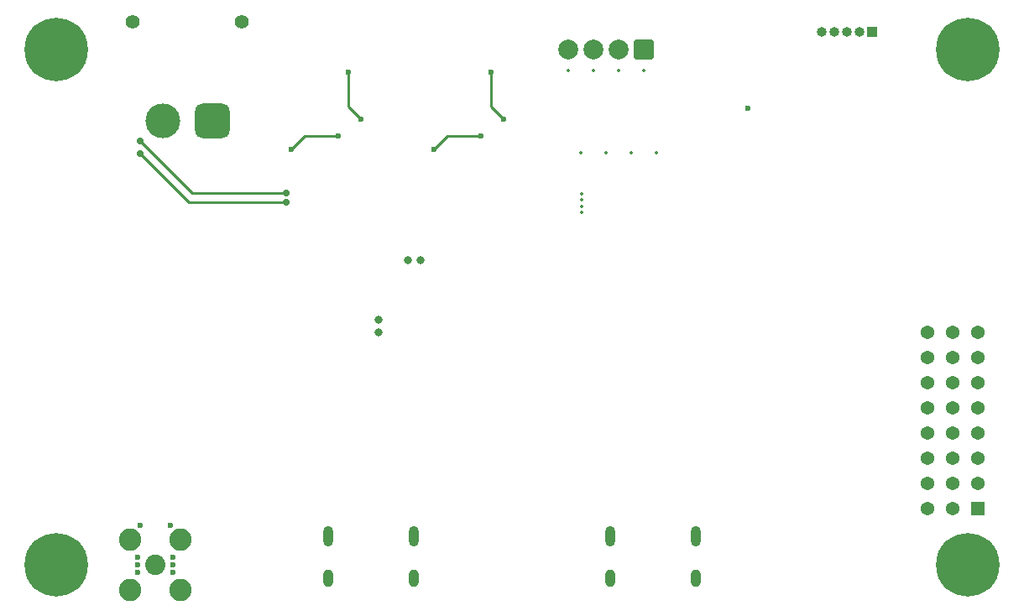
<source format=gbr>
%TF.GenerationSoftware,KiCad,Pcbnew,9.0.0*%
%TF.CreationDate,2025-04-04T17:03:46+04:00*%
%TF.ProjectId,aether,61657468-6572-42e6-9b69-6361645f7063,rev?*%
%TF.SameCoordinates,Original*%
%TF.FileFunction,Copper,L4,Bot*%
%TF.FilePolarity,Positive*%
%FSLAX46Y46*%
G04 Gerber Fmt 4.6, Leading zero omitted, Abs format (unit mm)*
G04 Created by KiCad (PCBNEW 9.0.0) date 2025-04-04 17:03:46*
%MOMM*%
%LPD*%
G01*
G04 APERTURE LIST*
G04 Aperture macros list*
%AMRoundRect*
0 Rectangle with rounded corners*
0 $1 Rounding radius*
0 $2 $3 $4 $5 $6 $7 $8 $9 X,Y pos of 4 corners*
0 Add a 4 corners polygon primitive as box body*
4,1,4,$2,$3,$4,$5,$6,$7,$8,$9,$2,$3,0*
0 Add four circle primitives for the rounded corners*
1,1,$1+$1,$2,$3*
1,1,$1+$1,$4,$5*
1,1,$1+$1,$6,$7*
1,1,$1+$1,$8,$9*
0 Add four rect primitives between the rounded corners*
20,1,$1+$1,$2,$3,$4,$5,0*
20,1,$1+$1,$4,$5,$6,$7,0*
20,1,$1+$1,$6,$7,$8,$9,0*
20,1,$1+$1,$8,$9,$2,$3,0*%
G04 Aperture macros list end*
%TA.AperFunction,HeatsinkPad*%
%ADD10O,1.000000X2.100000*%
%TD*%
%TA.AperFunction,HeatsinkPad*%
%ADD11O,1.000000X1.800000*%
%TD*%
%TA.AperFunction,ComponentPad*%
%ADD12C,0.800000*%
%TD*%
%TA.AperFunction,ComponentPad*%
%ADD13C,6.400000*%
%TD*%
%TA.AperFunction,ComponentPad*%
%ADD14C,2.050000*%
%TD*%
%TA.AperFunction,ComponentPad*%
%ADD15C,2.250000*%
%TD*%
%TA.AperFunction,ComponentPad*%
%ADD16C,1.400000*%
%TD*%
%TA.AperFunction,ComponentPad*%
%ADD17RoundRect,0.770000X-0.980000X-0.980000X0.980000X-0.980000X0.980000X0.980000X-0.980000X0.980000X0*%
%TD*%
%TA.AperFunction,ComponentPad*%
%ADD18C,3.500000*%
%TD*%
%TA.AperFunction,ComponentPad*%
%ADD19R,1.370000X1.370000*%
%TD*%
%TA.AperFunction,ComponentPad*%
%ADD20C,1.370000*%
%TD*%
%TA.AperFunction,ComponentPad*%
%ADD21R,1.000000X1.000000*%
%TD*%
%TA.AperFunction,ComponentPad*%
%ADD22O,1.000000X1.000000*%
%TD*%
%TA.AperFunction,ComponentPad*%
%ADD23C,2.000000*%
%TD*%
%TA.AperFunction,ComponentPad*%
%ADD24RoundRect,0.250000X0.750000X0.750000X-0.750000X0.750000X-0.750000X-0.750000X0.750000X-0.750000X0*%
%TD*%
%TA.AperFunction,ViaPad*%
%ADD25C,0.350000*%
%TD*%
%TA.AperFunction,ViaPad*%
%ADD26C,0.800000*%
%TD*%
%TA.AperFunction,ViaPad*%
%ADD27C,0.600000*%
%TD*%
%TA.AperFunction,ViaPad*%
%ADD28C,0.700000*%
%TD*%
%TA.AperFunction,Conductor*%
%ADD29C,0.500000*%
%TD*%
%TA.AperFunction,Conductor*%
%ADD30C,0.250000*%
%TD*%
G04 APERTURE END LIST*
D10*
%TO.P,USB_STM32,S1,SHIELD*%
%TO.N,GND*%
X81430000Y-138125000D03*
D11*
X81430000Y-142325000D03*
D10*
X90070000Y-138125000D03*
D11*
X90070000Y-142325000D03*
%TD*%
D10*
%TO.P,USB_ESP32,S1,SHIELD*%
%TO.N,GND*%
X109930000Y-138125000D03*
D11*
X109930000Y-142325000D03*
D10*
X118570000Y-138125000D03*
D11*
X118570000Y-142325000D03*
%TD*%
D12*
%TO.P,H1,1,1*%
%TO.N,GND*%
X51600000Y-89000000D03*
X52302944Y-87302944D03*
X52302944Y-90697056D03*
X54000000Y-86600000D03*
D13*
X54000000Y-89000000D03*
D12*
X54000000Y-91400000D03*
X55697056Y-87302944D03*
X55697056Y-90697056D03*
X56400000Y-89000000D03*
%TD*%
D14*
%TO.P,ANT1,1,A*%
%TO.N,RFM95W_ANT*%
X64000000Y-141000000D03*
D15*
%TO.P,ANT1,2,Shield*%
%TO.N,GND*%
X66540000Y-143540000D03*
X66540000Y-138460000D03*
X61460000Y-143540000D03*
X61460000Y-138460000D03*
%TD*%
D12*
%TO.P,H3,1,1*%
%TO.N,GND*%
X143600000Y-141000000D03*
X144302944Y-139302944D03*
X144302944Y-142697056D03*
X146000000Y-138600000D03*
D13*
X146000000Y-141000000D03*
D12*
X146000000Y-143400000D03*
X147697056Y-139302944D03*
X147697056Y-142697056D03*
X148400000Y-141000000D03*
%TD*%
%TO.P,H2,1,1*%
%TO.N,GND*%
X51600000Y-141000000D03*
X52302944Y-139302944D03*
X52302944Y-142697056D03*
X54000000Y-138600000D03*
D13*
X54000000Y-141000000D03*
D12*
X54000000Y-143400000D03*
X55697056Y-139302944D03*
X55697056Y-142697056D03*
X56400000Y-141000000D03*
%TD*%
D16*
%TO.P,XT30,*%
%TO.N,*%
X61750000Y-86175000D03*
X72750000Y-86175000D03*
D17*
%TO.P,XT30,1,N*%
%TO.N,GND*%
X69750000Y-96175000D03*
D18*
%TO.P,XT30,2,P*%
%TO.N,INA219_IN+*%
X64750000Y-96175000D03*
%TD*%
D19*
%TO.P,PWM1,01,01*%
%TO.N,GND*%
X147000000Y-135290000D03*
D20*
%TO.P,PWM1,02,02*%
%TO.N,5V*%
X144460000Y-135290000D03*
%TO.P,PWM1,03,03*%
%TO.N,PWM7*%
X141920000Y-135290000D03*
%TO.P,PWM1,04,04*%
%TO.N,GND*%
X147000000Y-132750000D03*
%TO.P,PWM1,05,05*%
%TO.N,5V*%
X144460000Y-132750000D03*
%TO.P,PWM1,06,06*%
%TO.N,PWM6*%
X141920000Y-132750000D03*
%TO.P,PWM1,07,07*%
%TO.N,GND*%
X147000000Y-130210000D03*
%TO.P,PWM1,08,08*%
%TO.N,5V*%
X144460000Y-130210000D03*
%TO.P,PWM1,09,09*%
%TO.N,PWM5*%
X141920000Y-130210000D03*
%TO.P,PWM1,10,10*%
%TO.N,GND*%
X147000000Y-127670000D03*
%TO.P,PWM1,11,11*%
%TO.N,5V*%
X144460000Y-127670000D03*
%TO.P,PWM1,12,12*%
%TO.N,PWM4*%
X141920000Y-127670000D03*
%TO.P,PWM1,13,13*%
%TO.N,GND*%
X147000000Y-125130000D03*
%TO.P,PWM1,14,14*%
%TO.N,5V*%
X144460000Y-125130000D03*
%TO.P,PWM1,15,15*%
%TO.N,PWM3*%
X141920000Y-125130000D03*
%TO.P,PWM1,16,16*%
%TO.N,GND*%
X147000000Y-122590000D03*
%TO.P,PWM1,17,17*%
%TO.N,5V*%
X144460000Y-122590000D03*
%TO.P,PWM1,18,18*%
%TO.N,PWM2*%
X141920000Y-122590000D03*
%TO.P,PWM1,19,19*%
%TO.N,GND*%
X147000000Y-120050000D03*
%TO.P,PWM1,20,20*%
%TO.N,5V*%
X144460000Y-120050000D03*
%TO.P,PWM1,21,21*%
%TO.N,PWM1*%
X141920000Y-120050000D03*
%TO.P,PWM1,22,22*%
%TO.N,GND*%
X147000000Y-117510000D03*
%TO.P,PWM1,23,23*%
%TO.N,5V*%
X144460000Y-117510000D03*
%TO.P,PWM1,24,24*%
%TO.N,PWM0*%
X141920000Y-117510000D03*
%TD*%
D21*
%TO.P,GPS_IO1,1,Pin_1*%
%TO.N,GPS_RX*%
X136290000Y-87250000D03*
D22*
%TO.P,GPS_IO1,2,Pin_2*%
%TO.N,GPS_TX*%
X135020000Y-87250000D03*
%TO.P,GPS_IO1,3,Pin_3*%
%TO.N,GPS_RST*%
X133750000Y-87250000D03*
%TO.P,GPS_IO1,4,Pin_4*%
%TO.N,GPS_INT*%
X132480000Y-87250000D03*
%TO.P,GPS_IO1,5,Pin_5*%
%TO.N,GPS_SAFE*%
X131210000Y-87250000D03*
%TD*%
D23*
%TO.P,PYRO1,4,Pin_4*%
%TO.N,PYRO-TERM_A*%
X105665000Y-89025000D03*
D24*
%TO.P,PYRO1,1,Pin_1*%
%TO.N,PYRO-TERM_D*%
X113285000Y-89025000D03*
D23*
%TO.P,PYRO1,2,Pin_2*%
%TO.N,PYRO-TERM_C*%
X110745000Y-89025000D03*
%TO.P,PYRO1,3,Pin_3*%
%TO.N,PYRO-TERM_B*%
X108205000Y-89025000D03*
%TD*%
D12*
%TO.P,H4,1,1*%
%TO.N,GND*%
X143600000Y-89000000D03*
X144302944Y-87302944D03*
X144302944Y-90697056D03*
X146000000Y-86600000D03*
D13*
X146000000Y-89000000D03*
D12*
X146000000Y-91400000D03*
X147697056Y-87302944D03*
X147697056Y-90697056D03*
X148400000Y-89000000D03*
%TD*%
D25*
%TO.N,PYRO-TERM_A*%
X107000000Y-105450000D03*
%TO.N,PYRO-TERM_D*%
X107000000Y-103550000D03*
%TO.N,PYRO-TERM_C*%
X107000000Y-104150000D03*
%TO.N,PYRO-TERM_B*%
X107000000Y-104850000D03*
%TO.N,PYRO-TERM_D*%
X113285000Y-91125000D03*
%TO.N,PYRO-TERM_C*%
X110745000Y-91125000D03*
%TO.N,PYRO-TERM_B*%
X108205000Y-91125000D03*
%TO.N,PYRO-TERM_A*%
X105665000Y-91125000D03*
%TO.N,PYRO_D*%
X114555000Y-99375000D03*
%TO.N,PYRO_C*%
X112015000Y-99375000D03*
%TO.N,PYRO_B*%
X109475000Y-99375000D03*
%TO.N,PYRO_A*%
X106935000Y-99375000D03*
D26*
%TO.N,GND*%
X90750000Y-110250000D03*
D27*
X62500000Y-137000000D03*
X62250000Y-141000000D03*
X65500000Y-137000000D03*
X62250000Y-140250000D03*
D26*
X86500000Y-116250000D03*
D27*
X65750000Y-140250000D03*
X65750000Y-141750000D03*
X62250000Y-141750000D03*
D26*
X86500000Y-117500000D03*
D27*
X65750000Y-141000000D03*
D26*
X89500000Y-110250000D03*
D27*
%TO.N,3.3V*%
X123812500Y-94880000D03*
%TO.N,Net-(U10-SW)*%
X99150000Y-96020000D03*
X97900000Y-91250000D03*
%TO.N,Net-(U11-SW)*%
X84750000Y-96020000D03*
X83500000Y-91250000D03*
D28*
%TO.N,INA219_IN+*%
X62500000Y-98250000D03*
X77250000Y-103500000D03*
%TO.N,INA219_IN-*%
X62500000Y-99500000D03*
X77250000Y-104400003D03*
D27*
%TO.N,Net-(U10-EN)*%
X92150000Y-99075000D03*
X96850000Y-97750000D03*
%TO.N,Net-(U11-EN)*%
X77750000Y-99075000D03*
X82450000Y-97750000D03*
%TD*%
D29*
%TO.N,Net-(U10-SW)*%
X99150000Y-96020000D02*
X99150000Y-96000000D01*
D30*
X99150000Y-96000000D02*
X97900000Y-94750000D01*
X97900000Y-94750000D02*
X97900000Y-91250000D01*
%TO.N,Net-(U11-SW)*%
X83500000Y-94770000D02*
X84750000Y-96020000D01*
X83500000Y-91250000D02*
X83500000Y-94770000D01*
%TO.N,INA219_IN+*%
X67750000Y-103500000D02*
X77250000Y-103500000D01*
X62500000Y-98250000D02*
X67750000Y-103500000D01*
%TO.N,INA219_IN-*%
X67400003Y-104400003D02*
X77250000Y-104400003D01*
X62500000Y-99500000D02*
X67400003Y-104400003D01*
%TO.N,Net-(U10-EN)*%
X92150000Y-99075000D02*
X93475000Y-97750000D01*
X93475000Y-97750000D02*
X96850000Y-97750000D01*
%TO.N,Net-(U11-EN)*%
X79075000Y-97750000D02*
X82450000Y-97750000D01*
X77750000Y-99075000D02*
X79075000Y-97750000D01*
%TD*%
M02*

</source>
